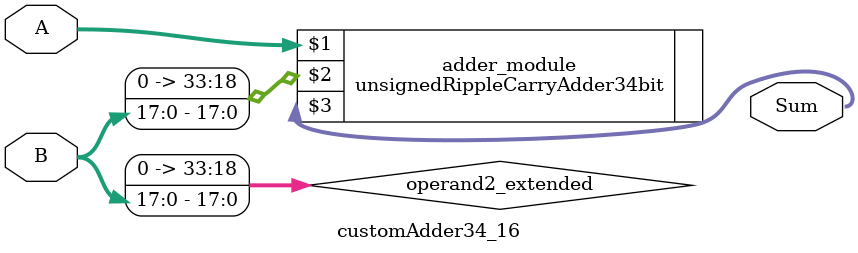
<source format=v>
module customAdder34_16(
                        input [33 : 0] A,
                        input [17 : 0] B,
                        
                        output [34 : 0] Sum
                );

        wire [33 : 0] operand2_extended;
        
        assign operand2_extended =  {16'b0, B};
        
        unsignedRippleCarryAdder34bit adder_module(
            A,
            operand2_extended,
            Sum
        );
        
        endmodule
        
</source>
